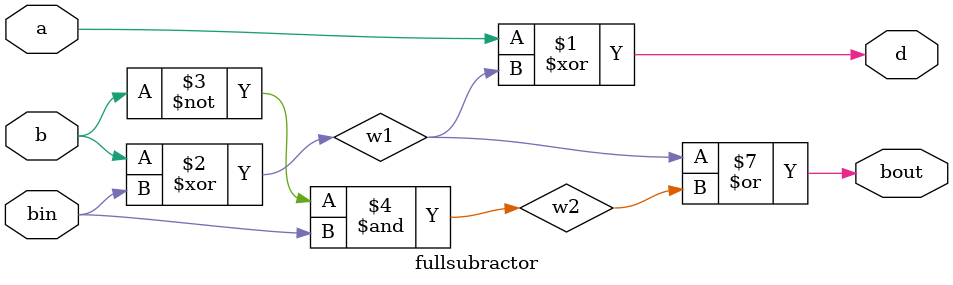
<source format=v>
module fullsubractor(a,b,bin,d,bout);
input a,b,bin;
output d,bout;
wire w1,w2,w3;
xor (d,a,w1);
xor(w1,b,bin);
and(w2,~b,bin);
and (w3,~w1,a);
or (bout,w1,w2);
endmodule

</source>
